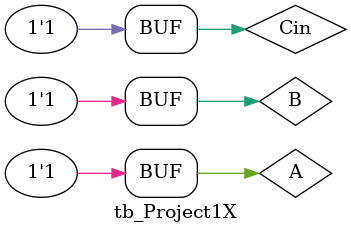
<source format=v>

`timescale 100ps/1ps

module tb_Project1X;

reg A, B, Cin;
wire S, Cout;

Project1X U0_Project1X(
	.A	(A),
	.B	(B),
	.Cin	(Cin),
	.S	(S),
	.Cout	(Cout)
);

initial begin
	//A,B,Cin 000~111
	//A,B,Cin = (0,0,0)
	A <= 1'b0; B <= 1'b0; Cin <= 1'b0;
	#3
	//A,B,Cin = (0,1,0)
	B <= 1'b1;
	#3
	//A,B,Cin = (1,0,0)
	A <= 1'b1; B <= 1'b0;
	#3
	//A,B,Cin = (1,1,0)
	B <=1'b1;
	#3
	//A,B,Cin = (0,0,1)
	A <= 1'b0; B <= 1'b0; Cin <= 1'b1;
	#3
	//A,B,Cin = (0,1,1)
	B <= 1'b1;
	#3
	//A,B,Cin = (1,0,1)
	A <= 1'b1; B <= 1'b0;
	#3
	//A,B,Cin = (1,1,1)
	B <=1'b1;
end
endmodule

</source>
